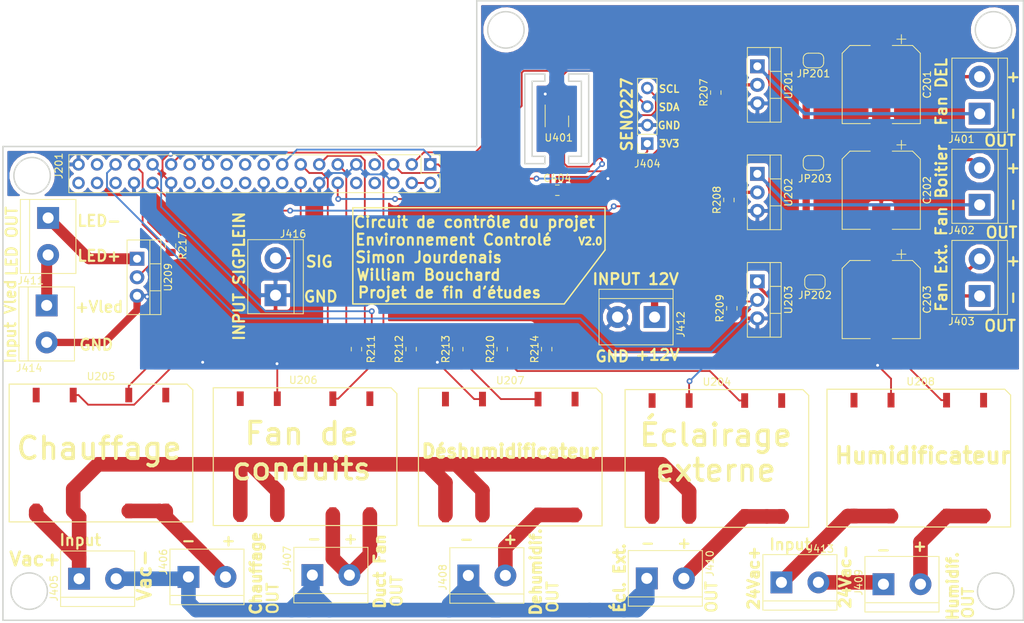
<source format=kicad_pcb>
(kicad_pcb (version 20171130) (host pcbnew "(5.0.0)")
  (title_block (title "Circuit du bloc de contrôle") (date 2021-03-26) (rev 2.0) (company "Cégep de Sherbrooke") (comment 1 247-67P-SH) (comment 2 "Projet de fin d'études") (comment 3 "William Bouchard") (comment 4 "Simon Jourdenais"))
  (layers (0 F.Cu signal) (31 B.Cu signal) (34 B.Paste user hide) (35 F.Paste user hide) (36 B.SilkS user) (37 F.SilkS user) (38 B.Mask user hide) (39 F.Mask user hide) (44 Edge.Cuts user))
  (net 0 "")
  (net 1 GND)
  (net 2 +3V3)
  (net 3 +5V)
  (net 4 SDA_PI)
  (net 5 SCL_PI)
  (net 6 "/Mainblock Core/GPIO4")
  (net 7 "/Mainblock Core/TX_PI")
  (net 8 "/Mainblock Core/RX_PI")
  (net 9 "/Mainblock Core/GPIO17")
  (net 10 "/Mainblock Core/GPIO18")
  (net 11 "/Mainblock Core/GPIO27")
  (net 12 "/Mainblock Core/GPIO22")
  (net 13 "/Mainblock Core/GPIO5")
  (net 14 "/Mainblock Core/GPIO6")
  (net 15 "/Mainblock Core/GPIO12")
  (net 16 "/Mainblock Core/GPIO13")
  (net 17 "/Mainblock Core/GPIO26")
  (net 18 VAC+)
  (net 19 VAC-)
  (net 20 Heater)
  (net 21 DuctFan)
  (net 22 Dehumidificateur)
  (net 23 Humidificateur)
  (net 24 Ext_Light)
  (net 25 "Net-(R210-Pad1)")
  (net 26 "Net-(R211-Pad1)")
  (net 27 "Net-(R212-Pad1)")
  (net 28 "Net-(R213-Pad1)")
  (net 29 "Net-(R214-Pad1)")
  (net 30 "Net-(U204-Pad1)")
  (net 31 "Net-(U204-Pad4)")
  (net 32 "Net-(U205-Pad1)")
  (net 33 "Net-(U205-Pad4)")
  (net 34 "Net-(U206-Pad4)")
  (net 35 "Net-(U206-Pad1)")
  (net 36 "Net-(U207-Pad4)")
  (net 37 "Net-(U207-Pad1)")
  (net 38 "Net-(U208-Pad4)")
  (net 39 "Net-(U208-Pad1)")
  (net 40 "Net-(U401-Pad3)")
  (net 41 "Net-(U401-Pad4)")
  (net 42 BOITIER_FAN_IN)
  (net 43 LED_FAN_OUT)
  (net 44 BOITIER_FAN_OUT)
  (net 45 EXT_OPT_FAN_OUT)
  (net 46 LED_FAN_IN)
  (net 47 EXT_OPT_FAN_IN)
  (net 48 +12V)
  (net 49 24VAC+)
  (net 50 24VAC-)
  (net 51 "/Mainblock Core/GPIO0")
  (net 52 "/Mainblock Core/GPIO25")
  (net 53 "/Mainblock Core/GPIO10")
  (net 54 "/Mainblock Core/GPIO9")
  (net 55 "/Mainblock Core/GPIO20")
  (net 56 "/Mainblock Core/GPIO1")
  (net 57 "/Mainblock Core/GPIO19")
  (net 58 "/Mainblock Core/GPIO7")
  (net 59 "/Mainblock Core/GPIO21")
  (net 60 "/Mainblock Core/GPIO8")
  (net 61 "/Mainblock Core/GPIO24")
  (net 62 "/Mainblock Core/GPIO16")
  (net 63 "/Mainblock Core/GPIO11")
  (net 64 100W_LED-)
  (net 65 100W_LED+)
  (net 66 GPIO23_SIGPLEIN)
  (module Package_TO_SOT_THT:TO-220-3_Vertical (layer F.Cu) (at 77.4 73.4 270)
    (fp_text reference U209 (at 2.54 -4.27 270) (layer F.SilkS))
    (fp_text value FQP30N06L)
    (pad 3 thru_hole oval (at 5.08 0 270) (size 1.905 2) (drill 1.1) (layers *.Cu *.Mask) (net 1 GND))
    (pad 2 thru_hole oval (at 2.54 0 270) (size 1.905 2) (drill 1.1) (layers *.Cu *.Mask) (net 16 "/Mainblock Core/GPIO13"))
    (pad 1 thru_hole rect (at 0 0 270) (size 1.905 2) (drill 1.1) (layers *.Cu *.Mask) (net 64 100W_LED-))
  )
  (module Capacitor_SMD:CP_Elec_10x10.5 (layer F.Cu) (at 179.5 79 270)
    (fp_text reference C203 (at 0 -6.3 270) (layer F.SilkS))
    (fp_text value "470 uF")
    (pad 1 smd rect (at -4.2 0 270) (size 4.4 2.5) (layers F.Cu F.Paste F.Mask) (net 47 EXT_OPT_FAN_IN))
    (pad 2 smd rect (at 4.2 0 270) (size 4.4 2.5) (layers F.Cu F.Paste F.Mask) (net 1 GND))
  )
  (module Capacitor_SMD:CP_Elec_10x10.5 (layer F.Cu) (at 179.5 49.5 270)
    (fp_text reference C201 (at 0 -6.3 270) (layer F.SilkS))
    (fp_text value "470 uF")
    (pad 2 smd rect (at 4.2 0 270) (size 4.4 2.5) (layers F.Cu F.Paste F.Mask) (net 1 GND))
    (pad 1 smd rect (at -4.2 0 270) (size 4.4 2.5) (layers F.Cu F.Paste F.Mask) (net 46 LED_FAN_IN))
  )
  (module Capacitor_SMD:CP_Elec_10x10.5 (layer F.Cu) (at 179.5 64 270)
    (fp_text reference C202 (at 0 -6.3 270) (layer F.SilkS))
    (fp_text value "470 uF")
    (pad 1 smd rect (at -4.2 0 270) (size 4.4 2.5) (layers F.Cu F.Paste F.Mask) (net 42 BOITIER_FAN_IN))
    (pad 2 smd rect (at 4.2 0 270) (size 4.4 2.5) (layers F.Cu F.Paste F.Mask) (net 1 GND))
  )
  (module Package_TO_SOT_THT:TO-220-3_Vertical (layer F.Cu) (at 162.5 76.5 270)
    (fp_text reference U203 (at 2.54 -4.27 270) (layer F.SilkS))
    (fp_text value FQP30N06L)
    (pad 3 thru_hole oval (at 5.08 0 270) (size 1.905 2) (drill 1.1) (layers *.Cu *.Mask) (net 1 GND))
    (pad 2 thru_hole oval (at 2.54 0 270) (size 1.905 2) (drill 1.1) (layers *.Cu *.Mask) (net 57 "/Mainblock Core/GPIO19"))
    (pad 1 thru_hole rect (at 0 0 270) (size 1.905 2) (drill 1.1) (layers *.Cu *.Mask) (net 45 EXT_OPT_FAN_OUT))
  )
  (module Project_Lib:PSOIC-8 (layer F.Cu) (at 72.45 100.05 180)
    (fp_text reference U205 (at 0 10.5) (layer F.SilkS))
    (fp_text value CPC1966B)
    (pad 8 smd rect (at -8.89 -7.95 180) (size 0.95 2) (layers F.Cu F.Paste F.Mask) (net 20 Heater))
    (pad 1 smd rect (at -8.89 7.95 180) (size 0.95 2) (layers F.Cu F.Paste F.Mask) (net 32 "Net-(U205-Pad1)"))
    (pad 7 smd rect (at -3.81 -7.95 180) (size 0.95 2) (layers F.Cu F.Paste F.Mask) (net 20 Heater))
    (pad 2 smd rect (at -3.81 7.95 180) (size 0.95 2) (layers F.Cu F.Paste F.Mask) (net 26 "Net-(R211-Pad1)"))
    (pad 6 smd rect (at 3.81 -7.95 180) (size 0.95 2) (layers F.Cu F.Paste F.Mask) (net 18 VAC+))
    (pad 3 smd rect (at 3.81 7.95 180) (size 0.95 2) (layers F.Cu F.Paste F.Mask) (net 1 GND))
    (pad 5 smd rect (at 8.89 -7.95 180) (size 0.95 2) (layers F.Cu F.Paste F.Mask) (net 18 VAC+))
    (pad 4 smd rect (at 8.89 7.95 180) (size 0.95 2) (layers F.Cu F.Paste F.Mask) (net 33 "Net-(U205-Pad4)"))
  )
  (module Project_Lib:PinHeader_2x20_P2.54mm_Vertical (layer F.Cu) (at 69 61.936489 90)
    (fp_text reference J201 (at 1.27 -2.33 90) (layer F.SilkS))
    (fp_text value "Pi 40-Pin Connector")
    (pad 27 thru_hole oval (at 1.476489 15.610301 270) (size 1.7 1.7) (drill 1) (layers *.Cu *.Mask) (net 51 "/Mainblock Core/GPIO0"))
    (pad 22 thru_hole oval (at -1.063511 23.230301 270) (size 1.7 1.7) (drill 1) (layers *.Cu *.Mask) (net 52 "/Mainblock Core/GPIO25"))
    (pad 6 thru_hole oval (at -1.063511 43.550301 270) (size 1.7 1.7) (drill 1) (layers *.Cu *.Mask) (net 1 GND))
    (pad 19 thru_hole oval (at 1.476489 25.770301 270) (size 1.7 1.7) (drill 1) (layers *.Cu *.Mask) (net 53 "/Mainblock Core/GPIO10"))
    (pad 17 thru_hole oval (at 1.476489 28.310301 270) (size 1.7 1.7) (drill 1) (layers *.Cu *.Mask) (net 2 +3V3))
    (pad 13 thru_hole oval (at 1.476489 33.390301 270) (size 1.7 1.7) (drill 1) (layers *.Cu *.Mask) (net 11 "/Mainblock Core/GPIO27"))
    (pad 10 thru_hole oval (at -1.063511 38.470301 270) (size 1.7 1.7) (drill 1) (layers *.Cu *.Mask) (net 8 "/Mainblock Core/RX_PI"))
    (pad 5 thru_hole oval (at 1.476489 43.550301 270) (size 1.7 1.7) (drill 1) (layers *.Cu *.Mask) (net 5 SCL_PI))
    (pad 30 thru_hole oval (at -1.063511 13.070301 270) (size 1.7 1.7) (drill 1) (layers *.Cu *.Mask) (net 1 GND))
    (pad 21 thru_hole oval (at 1.476489 23.230301 270) (size 1.7 1.7) (drill 1) (layers *.Cu *.Mask) (net 54 "/Mainblock Core/GPIO9"))
    (pad 32 thru_hole oval (at -1.063511 10.530301 270) (size 1.7 1.7) (drill 1) (layers *.Cu *.Mask) (net 15 "/Mainblock Core/GPIO12"))
    (pad 9 thru_hole oval (at 1.476489 38.470301 270) (size 1.7 1.7) (drill 1) (layers *.Cu *.Mask) (net 1 GND))
    (pad 38 thru_hole oval (at -1.063511 2.910301 270) (size 1.7 1.7) (drill 1) (layers *.Cu *.Mask) (net 55 "/Mainblock Core/GPIO20"))
    (pad 28 thru_hole oval (at -1.063511 15.610301 270) (size 1.7 1.7) (drill 1) (layers *.Cu *.Mask) (net 56 "/Mainblock Core/GPIO1"))
    (pad 37 thru_hole oval (at 1.476489 2.910301 270) (size 1.7 1.7) (drill 1) (layers *.Cu *.Mask) (net 17 "/Mainblock Core/GPIO26"))
    (pad 35 thru_hole oval (at 1.476489 5.450301 270) (size 1.7 1.7) (drill 1) (layers *.Cu *.Mask) (net 57 "/Mainblock Core/GPIO19"))
    (pad 4 thru_hole oval (at -1.063511 46.090301 270) (size 1.7 1.7) (drill 1) (layers *.Cu *.Mask) (net 3 +5V))
    (pad 31 thru_hole oval (at 1.476489 10.530301 270) (size 1.7 1.7) (drill 1) (layers *.Cu *.Mask) (net 14 "/Mainblock Core/GPIO6"))
    (pad 20 thru_hole oval (at -1.063511 25.770301 270) (size 1.7 1.7) (drill 1) (layers *.Cu *.Mask) (net 1 GND))
    (pad 3 thru_hole oval (at 1.476489 46.090301 270) (size 1.7 1.7) (drill 1) (layers *.Cu *.Mask) (net 4 SDA_PI))
    (pad 34 thru_hole oval (at -1.063511 7.990301 270) (size 1.7 1.7) (drill 1) (layers *.Cu *.Mask) (net 1 GND))
    (pad 26 thru_hole oval (at -1.063511 18.150301 270) (size 1.7 1.7) (drill 1) (layers *.Cu *.Mask) (net 58 "/Mainblock Core/GPIO7"))
    (pad 40 thru_hole oval (at -1.063511 0.370301 270) (size 1.7 1.7) (drill 1) (layers *.Cu *.Mask) (net 59 "/Mainblock Core/GPIO21"))
    (pad 12 thru_hole oval (at -1.063511 35.930301 270) (size 1.7 1.7) (drill 1) (layers *.Cu *.Mask) (net 10 "/Mainblock Core/GPIO18"))
    (pad 24 thru_hole oval (at -1.063511 20.690301 270) (size 1.7 1.7) (drill 1) (layers *.Cu *.Mask) (net 60 "/Mainblock Core/GPIO8"))
    (pad 18 thru_hole oval (at -1.063511 28.310301 270) (size 1.7 1.7) (drill 1) (layers *.Cu *.Mask) (net 61 "/Mainblock Core/GPIO24"))
    (pad 39 thru_hole oval (at 1.476489 0.370301 270) (size 1.7 1.7) (drill 1) (layers *.Cu *.Mask) (net 1 GND))
    (pad 33 thru_hole oval (at 1.476489 7.990301 270) (size 1.7 1.7) (drill 1) (layers *.Cu *.Mask) (net 16 "/Mainblock Core/GPIO13"))
    (pad 36 thru_hole oval (at -1.063511 5.450301 270) (size 1.7 1.7) (drill 1) (layers *.Cu *.Mask) (net 62 "/Mainblock Core/GPIO16"))
    (pad 16 thru_hole oval (at -1.063511 30.850301 270) (size 1.7 1.7) (drill 1) (layers *.Cu *.Mask) (net 66 GPIO23_SIGPLEIN))
    (pad 2 thru_hole oval (at -1.063511 48.630301 270) (size 1.7 1.7) (drill 1) (layers *.Cu *.Mask) (net 3 +5V))
    (pad 7 thru_hole oval (at 1.476489 41.010301 270) (size 1.7 1.7) (drill 1) (layers *.Cu *.Mask) (net 6 "/Mainblock Core/GPIO4"))
    (pad 23 thru_hole oval (at 1.476489 20.690301 270) (size 1.7 1.7) (drill 1) (layers *.Cu *.Mask) (net 63 "/Mainblock Core/GPIO11"))
    (pad 14 thru_hole oval (at -1.063511 33.390301 270) (size 1.7 1.7) (drill 1) (layers *.Cu *.Mask) (net 1 GND))
    (pad 11 thru_hole oval (at 1.476489 35.930301 270) (size 1.7 1.7) (drill 1) (layers *.Cu *.Mask) (net 9 "/Mainblock Core/GPIO17"))
    (pad 1 thru_hole rect (at 1.476489 48.630301 270) (size 1.7 1.7) (drill 1) (layers *.Cu *.Mask) (net 2 +3V3))
    (pad 25 thru_hole oval (at 1.476489 18.150301 270) (size 1.7 1.7) (drill 1) (layers *.Cu *.Mask) (net 1 GND))
    (pad 15 thru_hole oval (at 1.476489 30.850301 270) (size 1.7 1.7) (drill 1) (layers *.Cu *.Mask) (net 12 "/Mainblock Core/GPIO22"))
    (pad 8 thru_hole oval (at -1.063511 41.010301 270) (size 1.7 1.7) (drill 1) (layers *.Cu *.Mask) (net 7 "/Mainblock Core/TX_PI"))
    (pad 29 thru_hole oval (at 1.476489 13.070301 270) (size 1.7 1.7) (drill 1) (layers *.Cu *.Mask) (net 13 "/Mainblock Core/GPIO5"))
  )
  (module TerminalBlock:TerminalBlock_bornier-2_P5.08mm (layer F.Cu) (at 179.8 118.05)
    (fp_text reference J409 (at -3.4 -0.25 270) (layer F.SilkS))
    (fp_text value Conn_01x02)
    (pad 2 thru_hole circle (at 5.08 0) (size 3 3) (drill 1.52) (layers *.Cu *.Mask) (net 23 Humidificateur))
    (pad 1 thru_hole rect (at 0 0) (size 3 3) (drill 1.52) (layers *.Cu *.Mask) (net 50 24VAC-))
  )
  (module Package_TO_SOT_THT:TO-220-3_Vertical (layer F.Cu) (at 162.5 47 270)
    (fp_text reference U201 (at 2.54 -4.27 270) (layer F.SilkS))
    (fp_text value FQP30N06L)
    (pad 3 thru_hole oval (at 5.08 0 270) (size 1.905 2) (drill 1.1) (layers *.Cu *.Mask) (net 1 GND))
    (pad 2 thru_hole oval (at 2.54 0 270) (size 1.905 2) (drill 1.1) (layers *.Cu *.Mask) (net 10 "/Mainblock Core/GPIO18"))
    (pad 1 thru_hole rect (at 0 0 270) (size 1.905 2) (drill 1.1) (layers *.Cu *.Mask) (net 43 LED_FAN_OUT))
  )
  (module Package_TO_SOT_THT:TO-220-3_Vertical (layer F.Cu) (at 162.5 61.75 270)
    (fp_text reference U202 (at 2.54 -4.27 270) (layer F.SilkS))
    (fp_text value FQP30N06L)
    (pad 3 thru_hole oval (at 5.08 0 270) (size 1.905 2) (drill 1.1) (layers *.Cu *.Mask) (net 1 GND))
    (pad 2 thru_hole oval (at 2.54 0 270) (size 1.905 2) (drill 1.1) (layers *.Cu *.Mask) (net 15 "/Mainblock Core/GPIO12"))
    (pad 1 thru_hole rect (at 0 0 270) (size 1.905 2) (drill 1.1) (layers *.Cu *.Mask) (net 44 BOITIER_FAN_OUT))
  )
  (module Capacitor_SMD:C_0805_2012Metric (layer F.Cu) (at 135.062499 64)
    (fp_text reference C404 (at 0 -1.65) (layer F.SilkS))
    (fp_text value "0.1 uF")
    (pad 1 smd roundrect (at -0.9375 0) (size 0.975 1.4) (layers F.Cu F.Paste F.Mask) (net 2 +3V3))
    (pad 2 smd roundrect (at 0.9375 0) (size 0.975 1.4) (layers F.Cu F.Paste F.Mask) (net 1 GND))
  )
  (module TerminalBlock:TerminalBlock_bornier-2_P5.08mm (layer F.Cu) (at 193 53.5 90)
    (fp_text reference J401 (at -3.5 -2.5 180) (layer F.SilkS))
    (fp_text value Conn_01x02)
    (pad 2 thru_hole circle (at 5.08 0 90) (size 3 3) (drill 1.52) (layers *.Cu *.Mask) (net 46 LED_FAN_IN))
    (pad 1 thru_hole rect (at 0 0 90) (size 3 3) (drill 1.52) (layers *.Cu *.Mask) (net 43 LED_FAN_OUT))
  )
  (module TerminalBlock:TerminalBlock_bornier-2_P5.08mm (layer F.Cu) (at 193 66 90)
    (fp_text reference J402 (at -3.5 -2.5 180) (layer F.SilkS))
    (fp_text value Conn_01x02)
    (pad 1 thru_hole rect (at 0 0 90) (size 3 3) (drill 1.52) (layers *.Cu *.Mask) (net 44 BOITIER_FAN_OUT))
    (pad 2 thru_hole circle (at 5.08 0 90) (size 3 3) (drill 1.52) (layers *.Cu *.Mask) (net 42 BOITIER_FAN_IN))
  )
  (module TerminalBlock:TerminalBlock_bornier-2_P5.08mm (layer F.Cu) (at 193 78.5 90)
    (fp_text reference J403 (at -3.5 -2.5 180) (layer F.SilkS))
    (fp_text value Conn_01x02)
    (pad 2 thru_hole circle (at 5.08 0 90) (size 3 3) (drill 1.52) (layers *.Cu *.Mask) (net 47 EXT_OPT_FAN_IN))
    (pad 1 thru_hole rect (at 0 0 90) (size 3 3) (drill 1.52) (layers *.Cu *.Mask) (net 45 EXT_OPT_FAN_OUT))
  )
  (module Connector_PinSocket_2.54mm:PinSocket_1x04_P2.54mm_Vertical (layer F.Cu) (at 147.4 57.6 180)
    (fp_text reference J404 (at 0 -2.77 180) (layer F.SilkS))
    (fp_text value Conn_01x04)
    (pad 1 thru_hole rect (at 0 0 180) (size 1.7 1.7) (drill 1) (layers *.Cu *.Mask) (net 2 +3V3))
    (pad 2 thru_hole oval (at 0 2.54 180) (size 1.7 1.7) (drill 1) (layers *.Cu *.Mask) (net 1 GND))
    (pad 3 thru_hole oval (at 0 5.08 180) (size 1.7 1.7) (drill 1) (layers *.Cu *.Mask) (net 4 SDA_PI))
    (pad 4 thru_hole oval (at 0 7.62 180) (size 1.7 1.7) (drill 1) (layers *.Cu *.Mask) (net 5 SCL_PI))
  )
  (module TerminalBlock:TerminalBlock_bornier-2_P5.08mm (layer F.Cu) (at 69.45 117.3)
    (fp_text reference J405 (at -3.45 1.3 90) (layer F.SilkS))
    (fp_text value Conn_01x02)
    (pad 1 thru_hole rect (at 0 0) (size 3 3) (drill 1.52) (layers *.Cu *.Mask) (net 18 VAC+))
    (pad 2 thru_hole circle (at 5.08 0) (size 3 3) (drill 1.52) (layers *.Cu *.Mask) (net 19 VAC-))
  )
  (module TerminalBlock:TerminalBlock_bornier-2_P5.08mm (layer F.Cu) (at 84.45 117.05)
    (fp_text reference J406 (at -3.45 -2.05 90) (layer F.SilkS))
    (fp_text value Conn_01x02)
    (pad 1 thru_hole rect (at 0 0) (size 3 3) (drill 1.52) (layers *.Cu *.Mask) (net 19 VAC-))
    (pad 2 thru_hole circle (at 5.08 0) (size 3 3) (drill 1.52) (layers *.Cu *.Mask) (net 20 Heater))
  )
  (module TerminalBlock:TerminalBlock_bornier-2_P5.08mm (layer F.Cu) (at 101.45 116.8)
    (fp_text reference J407 (at -3.45 -2.2 90) (layer F.SilkS))
    (fp_text value Conn_01x02)
    (pad 2 thru_hole circle (at 5.08 0) (size 3 3) (drill 1.52) (layers *.Cu *.Mask) (net 21 DuctFan))
    (pad 1 thru_hole rect (at 0 0) (size 3 3) (drill 1.52) (layers *.Cu *.Mask) (net 19 VAC-))
  )
  (module TerminalBlock:TerminalBlock_bornier-2_P5.08mm (layer F.Cu) (at 122.85 116.85)
    (fp_text reference J408 (at -3.5 0.25 90) (layer F.SilkS))
    (fp_text value Conn_01x02)
    (pad 1 thru_hole rect (at 0 0) (size 3 3) (drill 1.52) (layers *.Cu *.Mask) (net 19 VAC-))
    (pad 2 thru_hole circle (at 5.08 0) (size 3 3) (drill 1.52) (layers *.Cu *.Mask) (net 22 Dehumidificateur))
  )
  (module TerminalBlock:TerminalBlock_bornier-2_P5.08mm (layer F.Cu) (at 147.334136 117.25)
    (fp_text reference J410 (at 8.665864 -2.05 90) (layer F.SilkS))
    (fp_text value Conn_01x02)
    (pad 1 thru_hole rect (at 0 0) (size 3 3) (drill 1.52) (layers *.Cu *.Mask) (net 19 VAC-))
    (pad 2 thru_hole circle (at 5.079999 0) (size 3 3) (drill 1.52) (layers *.Cu *.Mask) (net 24 Ext_Light))
  )
  (module Resistor_SMD:R_0805_2012Metric (layer F.Cu) (at 156.8 50.6 90)
    (fp_text reference R207 (at 0 -1.65 90) (layer F.SilkS))
    (fp_text value 10k)
    (pad 2 smd roundrect (at 0.9375 0 90) (size 0.975 1.4) (layers F.Cu F.Paste F.Mask) (net 10 "/Mainblock Core/GPIO18"))
    (pad 1 smd roundrect (at -0.9375 0 90) (size 0.975 1.4) (layers F.Cu F.Paste F.Mask) (net 1 GND))
  )
  (module Resistor_SMD:R_0805_2012Metric (layer F.Cu) (at 158.6 65.337501 90)
    (fp_text reference R208 (at 0 -1.65 90) (layer F.SilkS))
    (fp_text value 10k)
    (pad 1 smd roundrect (at -0.9375 0 90) (size 0.975 1.4) (layers F.Cu F.Paste F.Mask) (net 1 GND))
    (pad 2 smd roundrect (at 0.9375 0 90) (size 0.975 1.4) (layers F.Cu F.Paste F.Mask) (net 15 "/Mainblock Core/GPIO12"))
  )
  (module Resistor_SMD:R_0805_2012Metric (layer F.Cu) (at 159 80.2 90)
    (fp_text reference R209 (at 0 -1.65 90) (layer F.SilkS))
    (fp_text value 10k)
    (pad 1 smd roundrect (at -0.9375 0 90) (size 0.975 1.4) (layers F.Cu F.Paste F.Mask) (net 1 GND))
    (pad 2 smd roundrect (at 0.9375 0 90) (size 0.975 1.4) (layers F.Cu F.Paste F.Mask) (net 57 "/Mainblock Core/GPIO19"))
  )
  (module Resistor_SMD:R_0805_2012Metric (layer F.Cu) (at 127.5 85.8 90)
    (fp_text reference R210 (at 0 -1.65 90) (layer F.SilkS))
    (fp_text value 420)
    (pad 2 smd roundrect (at 0.9375 0 90) (size 0.975 1.4) (layers F.Cu F.Paste F.Mask) (net 14 "/Mainblock Core/GPIO6"))
    (pad 1 smd roundrect (at -0.9375 0 90) (size 0.975 1.4) (layers F.Cu F.Paste F.Mask) (net 25 "Net-(R210-Pad1)"))
  )
  (module Resistor_SMD:R_0805_2012Metric (layer F.Cu) (at 107.5 85.8 90)
    (fp_text reference R211 (at 0 2 90) (layer F.SilkS))
    (fp_text value 420)
    (pad 2 smd roundrect (at 0.9375 0 90) (size 0.975 1.4) (layers F.Cu F.Paste F.Mask) (net 9 "/Mainblock Core/GPIO17"))
    (pad 1 smd roundrect (at -0.9375 0 90) (size 0.975 1.4) (layers F.Cu F.Paste F.Mask) (net 26 "Net-(R211-Pad1)"))
  )
  (module Resistor_SMD:R_0805_2012Metric (layer F.Cu) (at 115 85.8 90)
    (fp_text reference R212 (at 0 -1.65 90) (layer F.SilkS))
    (fp_text value 420)
    (pad 2 smd roundrect (at 0.937501 0 90) (size 0.975 1.4) (layers F.Cu F.Paste F.Mask) (net 11 "/Mainblock Core/GPIO27"))
    (pad 1 smd roundrect (at -0.937501 0 90) (size 0.975 1.4) (layers F.Cu F.Paste F.Mask) (net 27 "Net-(R212-Pad1)"))
  )
  (module Resistor_SMD:R_0805_2012Metric (layer F.Cu) (at 121.4 85.8 90)
    (fp_text reference R213 (at 0 -1.65 90) (layer F.SilkS))
    (fp_text value 420)
    (pad 1 smd roundrect (at -0.9375 0 90) (size 0.975 1.4) (layers F.Cu F.Paste F.Mask) (net 28 "Net-(R213-Pad1)"))
    (pad 2 smd roundrect (at 0.9375 0 90) (size 0.975 1.4) (layers F.Cu F.Paste F.Mask) (net 12 "/Mainblock Core/GPIO22"))
  )
  (module Resistor_SMD:R_0805_2012Metric (layer F.Cu) (at 133.6 85.8 90)
    (fp_text reference R214 (at 0 -1.65 90) (layer F.SilkS))
    (fp_text value 420)
    (pad 2 smd roundrect (at 0.9375 0 90) (size 0.975 1.4) (layers F.Cu F.Paste F.Mask) (net 13 "/Mainblock Core/GPIO5"))
    (pad 1 smd roundrect (at -0.9375 0 90) (size 0.975 1.4) (layers F.Cu F.Paste F.Mask) (net 29 "Net-(R214-Pad1)"))
  )
  (module Project_Lib:PSOIC-8 (layer F.Cu) (at 156.95 100.8 180)
    (fp_text reference U204 (at 0 10.5) (layer F.SilkS))
    (fp_text value CPC1966B)
    (pad 8 smd rect (at -8.89 -7.95 180) (size 0.95 2) (layers F.Cu F.Paste F.Mask) (net 24 Ext_Light))
    (pad 1 smd rect (at -8.89 7.95 180) (size 0.95 2) (layers F.Cu F.Paste F.Mask) (net 30 "Net-(U204-Pad1)"))
    (pad 7 smd rect (at -3.81 -7.95 180) (size 0.95 2) (layers F.Cu F.Paste F.Mask) (net 24 Ext_Light))
    (pad 2 smd rect (at -3.81 7.95 180) (size 0.95 2) (layers F.Cu F.Paste F.Mask) (net 25 "Net-(R210-Pad1)"))
    (pad 6 smd rect (at 3.81 -7.95 180) (size 0.95 2) (layers F.Cu F.Paste F.Mask) (net 18 VAC+))
    (pad 3 smd rect (at 3.81 7.95 180) (size 0.95 2) (layers F.Cu F.Paste F.Mask) (net 1 GND))
    (pad 5 smd rect (at 8.89 -7.95 180) (size 0.95 2) (layers F.Cu F.Paste F.Mask) (net 18 VAC+))
    (pad 4 smd rect (at 8.89 7.95 180) (size 0.95 2) (layers F.Cu F.Paste F.Mask) (net 31 "Net-(U204-Pad4)"))
  )
  (module Project_Lib:PSOIC-8 (layer F.Cu) (at 100.45 100.55 180)
    (fp_text reference U206 (at 0.25 10.5) (layer F.SilkS))
    (fp_text value CPC1966B)
    (pad 4 smd rect (at 8.89 7.95 180) (size 0.95 2) (layers F.Cu F.Paste F.Mask) (net 34 "Net-(U206-Pad4)"))
    (pad 5 smd rect (at 8.89 -7.95 180) (size 0.95 2) (layers F.Cu F.Paste F.Mask) (net 18 VAC+))
    (pad 3 smd rect (at 3.81 7.95 180) (size 0.95 2) (layers F.Cu F.Paste F.Mask) (net 1 GND))
    (pad 6 smd rect (at 3.81 -7.95 180) (size 0.95 2) (layers F.Cu F.Paste F.Mask) (net 18 VAC+))
    (pad 2 smd rect (at -3.81 7.95 180) (size 0.95 2) (layers F.Cu F.Paste F.Mask) (net 27 "Net-(R212-Pad1)"))
    (pad 7 smd rect (at -3.81 -7.95 180) (size 0.95 2) (layers F.Cu F.Paste F.Mask) (net 21 DuctFan))
    (pad 1 smd rect (at -8.89 7.95 180) (size 0.95 2) (layers F.Cu F.Paste F.Mask) (net 35 "Net-(U206-Pad1)"))
    (pad 8 smd rect (at -8.89 -7.95 180) (size 0.95 2) (layers F.Cu F.Paste F.Mask) (net 21 DuctFan))
  )
  (module Project_Lib:PSOIC-8 (layer F.Cu) (at 128.6 100.6 180)
    (fp_text reference U207 (at 0 10.5) (layer F.SilkS))
    (fp_text value CPC1966B)
    (pad 4 smd rect (at 8.89 7.95 180) (size 0.95 2) (layers F.Cu F.Paste F.Mask) (net 36 "Net-(U207-Pad4)"))
    (pad 5 smd rect (at 8.89 -7.95 180) (size 0.95 2) (layers F.Cu F.Paste F.Mask) (net 18 VAC+))
    (pad 3 smd rect (at 3.81 7.95 180) (size 0.95 2) (layers F.Cu F.Paste F.Mask) (net 1 GND))
    (pad 6 smd rect (at 3.81 -7.95 180) (size 0.95 2) (layers F.Cu F.Paste F.Mask) (net 18 VAC+))
    (pad 2 smd rect (at -3.81 7.95 180) (size 0.95 2) (layers F.Cu F.Paste F.Mask) (net 28 "Net-(R213-Pad1)"))
    (pad 7 smd rect (at -3.81 -7.95 180) (size 0.95 2) (layers F.Cu F.Paste F.Mask) (net 22 Dehumidificateur))
    (pad 1 smd rect (at -8.89 7.95 180) (size 0.95 2) (layers F.Cu F.Paste F.Mask) (net 37 "Net-(U207-Pad1)"))
    (pad 8 smd rect (at -8.89 -7.95 180) (size 0.95 2) (layers F.Cu F.Paste F.Mask) (net 22 Dehumidificateur))
  )
  (module Project_Lib:PSOIC-8 (layer F.Cu) (at 184.65 100.75 180)
    (fp_text reference U208 (at -0.25 10.5) (layer F.SilkS))
    (fp_text value CPC1907B)
    (pad 4 smd rect (at 8.89 7.95 180) (size 0.95 2) (layers F.Cu F.Paste F.Mask) (net 38 "Net-(U208-Pad4)"))
    (pad 5 smd rect (at 8.89 -7.95 180) (size 0.95 2) (layers F.Cu F.Paste F.Mask) (net 49 24VAC+))
    (pad 3 smd rect (at 3.81 7.95 180) (size 0.95 2) (layers F.Cu F.Paste F.Mask) (net 1 GND))
    (pad 6 smd rect (at 3.81 -7.95 180) (size 0.95 2) (layers F.Cu F.Paste F.Mask) (net 49 24VAC+))
    (pad 2 smd rect (at -3.81 7.95 180) (size 0.95 2) (layers F.Cu F.Paste F.Mask) (net 29 "Net-(R214-Pad1)"))
    (pad 7 smd rect (at -3.81 -7.95 180) (size 0.95 2) (layers F.Cu F.Paste F.Mask) (net 23 Humidificateur))
    (pad 1 smd rect (at -8.89 7.95 180) (size 0.95 2) (layers F.Cu F.Paste F.Mask) (net 39 "Net-(U208-Pad1)"))
    (pad 8 smd rect (at -8.89 -7.95 180) (size 0.95 2) (layers F.Cu F.Paste F.Mask) (net 23 Humidificateur))
  )
  (module Package_DFN_QFN:DFN-6-1EP_3x3mm_P1mm_EP1.5x2.4mm (layer F.Cu) (at 135 53.8 270)
    (fp_text reference U401 (at 3 -0.25) (layer F.SilkS))
    (fp_text value SHT2x)
    (pad 7 smd roundrect (at 0 0 270) (size 1.5 2.4) (layers F.Cu F.Mask) (roundrect_rratio 0.166667))
    (pad 1 smd roundrect (at -1.45 -1 270) (size 0.8 0.4) (layers F.Cu F.Paste F.Mask) (net 4 SDA_PI))
    (pad 2 smd roundrect (at -1.45 0 270) (size 0.8 0.4) (layers F.Cu F.Paste F.Mask) (net 1 GND))
    (pad 3 smd roundrect (at -1.45 1 270) (size 0.8 0.4) (layers F.Cu F.Paste F.Mask) (net 40 "Net-(U401-Pad3)"))
    (pad 4 smd roundrect (at 1.45 1 270) (size 0.8 0.4) (layers F.Cu F.Paste F.Mask) (net 41 "Net-(U401-Pad4)"))
    (pad 5 smd roundrect (at 1.45 0 270) (size 0.8 0.4) (layers F.Cu F.Paste F.Mask) (net 2 +3V3))
    (pad 6 smd roundrect (at 1.45 -1 270) (size 0.8 0.4) (layers F.Cu F.Paste F.Mask) (net 5 SCL_PI))
  )
  (module Jumper:SolderJumper-2_P1.3mm_Bridged2Bar_RoundedPad1.0x1.5mm (layer F.Cu) (at 170.2 46.2 180)
    (fp_text reference JP201 (at 0 -1.8 180) (layer F.SilkS))
    (fp_text value SolderJumper_2_Bridged)
    (pad 2 smd custom (at 0.65 0 180) (size 1 0.5) (layers F.Cu F.Mask) (net 48 +12V) (options (clearance outline) (anchor rect)) (primitives (gr_circle (center 0 0.25) (end 0.5 0.25) (width 0)) (gr_circle (center 0 -0.25) (end 0.5 -0.25) (width 0)) (gr_poly (pts (xy -0.5 0.75) (xy -0.5 -0.75) (xy 0 -0.75) (xy 0 0.75)) (width 0))))
    (pad 1 smd custom (at -0.65 0 180) (size 1 0.5) (layers F.Cu F.Mask) (net 46 LED_FAN_IN) (options (clearance outline) (anchor rect)) (primitives (gr_circle (center 0 0.25) (end 0.5 0.25) (width 0)) (gr_circle (center 0 -0.25) (end 0.5 -0.25) (width 0)) (gr_poly (pts (xy 0.5 0.75) (xy 0.5 -0.75) (xy 0 -0.75) (xy 0 0.75)) (width 0)) (gr_poly (pts (xy 0.4 0.2) (xy 0.9 0.2) (xy 0.9 0.6) (xy 0.4 0.6)) (width 0)) (gr_poly (pts (xy 0.4 -0.6) (xy 0.9 -0.6) (xy 0.9 -0.2) (xy 0.4 -0.2)) (width 0))))
  )
  (module Jumper:SolderJumper-2_P1.3mm_Bridged2Bar_RoundedPad1.0x1.5mm (layer F.Cu) (at 170.4 76.6 180)
    (fp_text reference JP202 (at 0 -1.8 180) (layer F.SilkS))
    (fp_text value SolderJumper_2_Bridged)
    (pad 1 smd custom (at -0.65 0 180) (size 1 0.5) (layers F.Cu F.Mask) (net 47 EXT_OPT_FAN_IN) (clearance 0.001) (options (clearance outline) (anchor rect)) (primitives (gr_circle (center 0 0.25) (end 0.5 0.25) (width 0)) (gr_circle (center 0 -0.25) (end 0.5 -0.25) (width 0)) (gr_poly (pts (xy 0.5 0.75) (xy 0.5 -0.75) (xy 0 -0.75) (xy 0 0.75)) (width 0)) (gr_poly (pts (xy 0.4 0.2) (xy 0.9 0.2) (xy 0.9 0.6) (xy 0.4 0.6)) (width 0)) (gr_poly (pts (xy 0.4 -0.6) (xy 0.9 -0.6) (xy 0.9 -0.2) (xy 0.4 -0.2)) (width 0))))
    (pad 2 smd custom (at 0.65 0 180) (size 1 0.5) (layers F.Cu F.Mask) (net 48 +12V) (options (clearance outline) (anchor rect)) (primitives (gr_circle (center 0 0.25) (end 0.5 0.25) (width 0)) (gr_circle (center 0 -0.25) (end 0.5 -0.25) (width 0)) (gr_poly (pts (xy -0.5 0.75) (xy -0.5 -0.75) (xy 0 -0.75) (xy 0 0.75)) (width 0))))
  )
  (module Jumper:SolderJumper-2_P1.3mm_Bridged2Bar_RoundedPad1.0x1.5mm (layer F.Cu) (at 170.2 60.249999 180)
    (fp_text reference JP203 (at -0.2 -2.150001 180) (layer F.SilkS))
    (fp_text value SolderJumper_2_Bridged)
    (pad 1 smd custom (at -0.65 0 180) (size 1 0.5) (layers F.Cu F.Mask) (net 42 BOITIER_FAN_IN) (options (clearance outline) (anchor rect)) (primitives (gr_circle (center 0 0.25) (end 0.5 0.25) (width 0)) (gr_circle (center 0 -0.25) (end 0.5 -0.25) (width 0)) (gr_poly (pts (xy 0.5 0.75) (xy 0.5 -0.75) (xy 0 -0.75) (xy 0 0.75)) (width 0)) (gr_poly (pts (xy 0.4 0.2) (xy 0.9 0.2) (xy 0.9 0.6) (xy 0.4 0.6)) (width 0)) (gr_poly (pts (xy 0.4 -0.6) (xy 0.9 -0.6) (xy 0.9 -0.2) (xy 0.4 -0.2)) (width 0))))
    (pad 2 smd custom (at 0.65 0 180) (size 1 0.5) (layers F.Cu F.Mask) (net 48 +12V) (options (clearance outline) (anchor rect)) (primitives (gr_circle (center 0 0.25) (end 0.5 0.25) (width 0)) (gr_circle (center 0 -0.25) (end 0.5 -0.25) (width 0)) (gr_poly (pts (xy -0.5 0.75) (xy -0.5 -0.75) (xy 0 -0.75) (xy 0 0.75)) (width 0))))
  )
  (module TerminalBlock:TerminalBlock_bornier-2_P5.08mm (layer F.Cu) (at 65.2 67.8 270)
    (fp_text reference J411 (at 8.6 2.4) (layer F.SilkS))
    (fp_text value Conn_01x02)
    (pad 1 thru_hole rect (at 0 0 270) (size 3 3) (drill 1.52) (layers *.Cu *.Mask) (net 64 100W_LED-))
    (pad 2 thru_hole circle (at 5.08 0 270) (size 3 3) (drill 1.52) (layers *.Cu *.Mask) (net 65 100W_LED+))
  )
  (module TerminalBlock:TerminalBlock_bornier-2_P5.08mm (layer F.Cu) (at 148.4 81.4 180)
    (fp_text reference J412 (at -3.6 -1 270) (layer F.SilkS))
    (fp_text value Conn_01x02)
    (pad 2 thru_hole circle (at 5.08 0 180) (size 3 3) (drill 1.52) (layers *.Cu *.Mask) (net 1 GND))
    (pad 1 thru_hole rect (at 0 0 180) (size 3 3) (drill 1.52) (layers *.Cu *.Mask) (net 48 +12V))
  )
  (module TerminalBlock:TerminalBlock_bornier-2_P5.08mm (layer F.Cu) (at 165.8 117.8)
    (fp_text reference J413 (at 5.4 -4.6) (layer F.SilkS))
    (fp_text value Conn_01x02)
    (pad 1 thru_hole rect (at 0 0) (size 3 3) (drill 1.52) (layers *.Cu *.Mask) (net 49 24VAC+))
    (pad 2 thru_hole circle (at 5.08 0) (size 3 3) (drill 1.52) (layers *.Cu *.Mask) (net 50 24VAC-))
  )
  (module TerminalBlock:TerminalBlock_bornier-2_P5.08mm (layer F.Cu) (at 65 79.8 270)
    (fp_text reference J414 (at 8.6 2.4) (layer F.SilkS))
    (fp_text value Conn_01x02)
    (pad 2 thru_hole circle (at 5.08 0 270) (size 3 3) (drill 1.52) (layers *.Cu *.Mask) (net 1 GND))
    (pad 1 thru_hole rect (at 0 0 270) (size 3 3) (drill 1.52) (layers *.Cu *.Mask) (net 65 100W_LED+))
  )
  (module TerminalBlock:TerminalBlock_bornier-2_P5.08mm (layer F.Cu) (at 96.4 78.400001 90)
    (fp_text reference J416 (at 8.4 2.4 180) (layer F.SilkS))
    (fp_text value Conn_01x02)
    (pad 2 thru_hole circle (at 5.08 0 90) (size 3 3) (drill 1.52) (layers *.Cu *.Mask) (net 66 GPIO23_SIGPLEIN))
    (pad 1 thru_hole rect (at 0 0 90) (size 3 3) (drill 1.52) (layers *.Cu *.Mask) (net 1 GND))
  )
  (module Resistor_SMD:R_0805_2012Metric (layer F.Cu) (at 82 71.6 270)
    (fp_text reference R217 (at 0 -1.65 270) (layer F.SilkS))
    (fp_text value 10k)
    (pad 1 smd roundrect (at -0.9375 0 270) (size 0.975 1.4) (layers F.Cu F.Paste F.Mask) (net 1 GND))
    (pad 2 smd roundrect (at 0.9375 0 270) (size 0.975 1.4) (layers F.Cu F.Paste F.Mask) (net 16 "/Mainblock Core/GPIO13"))
  )
  (gr_text V2.0 (at 139.6 71) (layer F.SilkS) (effects (font (size 1 1) (thickness 0.25))))
  (gr_line (start 107 79.6) (end 107 66.4) (layer F.SilkS) (width 0.2))
  (gr_line (start 136 79.6) (end 107 79.6) (layer F.SilkS) (width 0.2))
  (gr_line (start 141.6 72.2) (end 136 79.6) (layer F.SilkS) (width 0.2))
  (gr_line (start 141.6 66.4) (end 141.6 72.2) (layer F.SilkS) (width 0.2))
  (gr_line (start 107 66.4) (end 141.6 66.4) (layer F.SilkS) (width 0.2))
  (gr_text Déshumidificateur (at 128.6 99.8) (layer F.SilkS) (effects (font (size 1.8 1.8) (thickness 0.45))))
  (gr_text "Éclairage\nexterne\n" (at 156.8 100) (layer F.SilkS) (effects (font (size 3 3) (thickness 0.5))))
  (gr_text Humidificateur (at 185.2 100.4) (layer F.SilkS) (effects (font (size 2.2 2.2) (thickness 0.5))))
  (gr_text "Fan de\nconduits" (at 100 99.8) (layer F.SilkS) (effects (font (size 3 3) (thickness 0.5))))
  (gr_text "Chauffage\n" (at 72.2 99.4) (layer F.SilkS) (effects (font (size 3 3) (thickness 0.5))))
  (gr_text OUT (at 195.8 57.2) (layer F.SilkS) (effects (font (size 1.5 1.5) (thickness 0.3))))
  (gr_text OUT (at 196 69.8) (layer F.SilkS) (effects (font (size 1.5 1.5) (thickness 0.3))))
  (gr_text OUT (at 195.8 82.6) (layer F.SilkS) (effects (font (size 1.5 1.5) (thickness 0.3))))
  (gr_text OUT (at 134.4 119.8 90) (layer F.SilkS) (effects (font (size 1.5 1.5) (thickness 0.3))))
  (gr_text OUT (at 156.2 119.8 90) (layer F.SilkS) (effects (font (size 1.5 1.5) (thickness 0.3))))
  (gr_text Input (at 69.6 112) (layer F.SilkS) (effects (font (size 1.5 1.5) (thickness 0.3))))
  (gr_text Vac- (at 78.4 116.8 90) (layer F.SilkS) (effects (font (size 1.8 1.8) (thickness 0.4))))
  (gr_text Input (at 167 112.6) (layer F.SilkS) (effects (font (size 1.5 1.5) (thickness 0.3))))
  (gr_text OUT (at 191.4 120.6 90) (layer F.SilkS) (effects (font (size 1.5 1.5) (thickness 0.3))))
  (gr_text OUT (at 113 119 90) (layer F.SilkS) (effects (font (size 1.5 1.5) (thickness 0.3))))
  (gr_text OUT (at 96 120 90) (layer F.SilkS) (effects (font (size 1.5 1.5) (thickness 0.3))))
  (gr_text "Input Vled" (at 60 82 90) (layer F.SilkS) (effects (font (size 1.5 1.5) (thickness 0.3))))
  (gr_text "LED OUT" (at 60.2 71 90) (layer F.SilkS) (effects (font (size 1.5 1.5) (thickness 0.3))))
  (gr_text SIG (at 102.4 73.8) (layer F.SilkS) (effects (font (size 1.5 1.5) (thickness 0.3))))
  (gr_text GND (at 102.6 78.6) (layer F.SilkS) (effects (font (size 1.5 1.5) (thickness 0.3))))
  (gr_text SEN0227 (at 144.6 53.6 90) (layer F.SilkS) (effects (font (size 1.5 1.5) (thickness 0.3))))
  (gr_text "INPUT SIGPLEIN" (at 91.4 75.8 90) (layer F.SilkS) (effects (font (size 1.5 1.5) (thickness 0.3))))
  (gr_text "INPUT 12V" (at 145.8 76.2) (layer F.SilkS) (effects (font (size 1.5 1.5) (thickness 0.3))))
  (gr_text LED- (at 72.2 68.2) (layer F.SilkS) (effects (font (size 1.5 1.5) (thickness 0.3))))
  (gr_text LED+ (at 72.2 73) (layer F.SilkS) (effects (font (size 1.5 1.5) (thickness 0.3))))
  (gr_line (start 138.358182 59.344837) (end 136.608181 59.344838) (layer Edge.Cuts) (width 0.2))
  (gr_line (start 136.608181 49.044837) (end 138.358181 49.044837) (layer Edge.Cuts) (width 0.2))
  (gr_line (start 136.608182 48.044838) (end 136.608181 49.044837) (layer Edge.Cuts) (width 0.2))
  (gr_line (start 136.608181 59.344838) (end 136.608182 60.344837) (layer Edge.Cuts) (width 0.2))
  (gr_line (start 138.358182 59.344837) (end 138.358181 49.044837) (layer Edge.Cuts) (width 0.2))
  (gr_line (start 136.608182 60.344837) (end 139.358181 60.344837) (layer Edge.Cuts) (width 0.2))
  (gr_line (start 139.358181 48.044837) (end 136.608182 48.044838) (layer Edge.Cuts) (width 0.2))
  (gr_line (start 139.358181 48.044837) (end 139.358182 60.344837) (layer Edge.Cuts) (width 0.2))
  (gr_text GND (at 71.8 85.2) (layer F.SilkS) (effects (font (size 1.5 1.5) (thickness 0.3))))
  (gr_text +Vled (at 72.2 80) (layer F.SilkS) (effects (font (size 1.5 1.5) (thickness 0.3))))
  (gr_circle (center 128 42) (end 128 44.5) (layer Edge.Cuts) (width 0.2))
  (gr_line (start 130.6 60.35) (end 133.35 60.35) (layer Edge.Cuts) (width 0.2))
  (gr_line (start 133.35 48.05) (end 130.6 48.050001) (layer Edge.Cuts) (width 0.2))
  (gr_line (start 131.6 49.05) (end 131.6 59.35) (layer Edge.Cuts) (width 0.2))
  (gr_line (start 133.350001 49.05) (end 133.35 48.05) (layer Edge.Cuts) (width 0.2))
  (gr_line (start 133.35 60.35) (end 133.35 59.35) (layer Edge.Cuts) (width 0.2))
  (gr_line (start 131.6 49.05) (end 133.350001 49.05) (layer Edge.Cuts) (width 0.2))
  (gr_line (start 133.35 59.35) (end 131.6 59.35) (layer Edge.Cuts) (width 0.2))
  (gr_line (start 130.6 60.35) (end 130.6 48.05) (layer Edge.Cuts) (width 0.2))
  (gr_text - (at 101.7 111.8) (layer F.SilkS) (effects (font (size 1.5 1.5) (thickness 0.3))))
  (gr_text + (at 106.7 111.8) (layer F.SilkS) (effects (font (size 1.5 1.5) (thickness 0.3))))
  (gr_text - (at 84.45 112.05) (layer F.SilkS) (effects (font (size 1.5 1.5) (thickness 0.3))))
  (gr_text + (at 89.95 112.05) (layer F.SilkS) (effects (font (size 1.5 1.5) (thickness 0.3))))
  (gr_text - (at 179.8 113.3) (layer F.SilkS) (effects (font (size 1.5 1.5) (thickness 0.3))))
  (gr_text + (at 184.8 112.8) (layer F.SilkS) (effects (font (size 1.5 1.5) (thickness 0.3))))
  (gr_text - (at 147.46066 112.386039) (layer F.SilkS) (effects (font (size 1.5 1.5) (thickness 0.3))))
  (gr_text + (at 152.46066 112.386039) (layer F.SilkS) (effects (font (size 1.5 1.5) (thickness 0.3))))
  (gr_text - (at 122.6 111.85) (layer F.SilkS) (effects (font (size 1.5 1.5) (thickness 0.3))))
  (gr_text + (at 128.6 111.85) (layer F.SilkS) (effects (font (size 1.5 1.5) (thickness 0.3))))
  (gr_text 24Vac- (at 174.55 117 90) (layer F.SilkS) (effects (font (size 1.5 1.5) (thickness 0.375))))
  (gr_text 24Vac+ (at 162 117.2 90) (layer F.SilkS) (effects (font (size 1.5 1.5) (thickness 0.375))))
  (gr_text + (at 197.5 73.75 90) (layer F.SilkS) (effects (font (size 1.5 1.5) (thickness 0.3))))
  (gr_text - (at 197.5 78.75 90) (layer F.SilkS) (effects (font (size 1.5 1.5) (thickness 0.3))))
  (gr_text + (at 197.5 61 90) (layer F.SilkS) (effects (font (size 1.5 1.5) (thickness 0.3))))
  (gr_text - (at 197.5 66 90) (layer F.SilkS) (effects (font (size 1.5 1.5) (thickness 0.3))))
  (gr_text - (at 197.5 53.5 90) (layer F.SilkS) (effects (font (size 1.5 1.5) (thickness 0.3))))
  (gr_text + (at 197.5 48.5 90) (layer F.SilkS) (effects (font (size 1.5 1.5) (thickness 0.3))))
  (gr_text SCL (at 150.4 50.1) (layer F.SilkS) (effects (font (size 1 1) (thickness 0.2))))
  (gr_text SDA (at 150.4 52.6) (layer F.SilkS) (effects (font (size 1 1) (thickness 0.2))))
  (gr_text GND (at 150.4 55.1) (layer F.SilkS) (effects (font (size 1 1) (thickness 0.2))))
  (gr_text 3V3 (at 150.4 57.6) (layer F.SilkS) (effects (font (size 1 1) (thickness 0.2))))
  (gr_text "           Circuit de contrôle du projet\n      Environnement Controlé\n Simon Jourdenais \nWilliam Bouchard\n     Projet de fin d'études" (at 117.4 73.2) (layer F.SilkS) (effects (font (size 1.5 1.5) (thickness 0.3))))
  (gr_text "Fan DEL" (at 187.75 50.5 90) (layer F.SilkS) (effects (font (size 1.5 1.5) (thickness 0.3))))
  (gr_text "Fan Boitier" (at 187.75 64 90) (layer F.SilkS) (effects (font (size 1.5 1.5) (thickness 0.3))))
  (gr_text "Fan Ext." (at 187.75 76 90) (layer F.SilkS) (effects (font (size 1.5 1.5) (thickness 0.3))))
  (gr_text Dehumidif. (at 132.1 116.35 90) (layer F.SilkS) (effects (font (size 1.5 1.5) (thickness 0.375))))
  (gr_text "Écl. Ext." (at 143.6 117.2 90) (layer F.SilkS) (effects (font (size 1.5 1.5) (thickness 0.375))))
  (gr_text Humidif. (at 189.3 118.3 90) (layer F.SilkS) (effects (font (size 1.5 1.5) (thickness 0.375))))
  (gr_text +12V (at 148.8 86.6) (layer F.SilkS) (effects (font (size 1.5 1.5) (thickness 0.3))))
  (gr_text GND (at 142.6 86.8) (layer F.SilkS) (effects (font (size 1.5 1.5) (thickness 0.3))))
  (gr_text Chauffage (at 93.7 116.55 90) (layer F.SilkS) (effects (font (size 1.5 1.5) (thickness 0.375))))
  (gr_text "Duct Fan" (at 110.7 116.3 90) (layer F.SilkS) (effects (font (size 1.5 1.5) (thickness 0.375))))
  (gr_text Vac+ (at 63.4 114.6) (layer F.SilkS) (effects (font (size 1.8 1.8) (thickness 0.4))))
  (gr_circle (center 194.9 42) (end 197.4 42) (layer Edge.Cuts) (width 0.2))
  (gr_circle (center 195.2 119) (end 195.2 121.5) (layer Edge.Cuts) (width 0.2))
  (gr_circle (center 62.6 119) (end 62.6 121.5) (layer Edge.Cuts) (width 0.2))
  (gr_line (start 124 58) (end 124 38) (layer Edge.Cuts) (width 0.2))
  (gr_line (start 124 58) (end 59 58) (layer Edge.Cuts) (width 0.2))
  (gr_circle (center 63 62) (end 63 64.5) (layer Edge.Cuts) (width 0.2))
  (gr_line (start 124 38) (end 199 38) (layer Edge.Cuts) (width 0.2))
  (gr_line (start 59 123) (end 59 58) (layer Edge.Cuts) (width 0.2))
  (gr_line (start 199 123) (end 59 123) (layer Edge.Cuts) (width 0.2))
  (gr_line (start 199 38) (end 199 123) (layer Edge.Cuts) (width 0.2))
  (segment (start 169.55 46.2) (end 169.2 46.2) (width 0.45) (layer F.Cu) (net 48))
  (segment (start 169.55 60.2) (end 169.2 60.2) (width 0.45) (layer F.Cu) (net 48))
  (via (at 96.6 87.8) (size 0.8) (drill 0.4) (layers F.Cu B.Cu) (net 1))
  (segment (start 96.64 92.6) (end 96.64 87.84) (width 0.25) (layer F.Cu) (net 1))
  (segment (start 96.64 87.84) (end 96.6 87.8) (width 0.25) (layer F.Cu) (net 1))
  (via (at 153.2 90.2) (size 0.8) (drill 0.4) (layers F.Cu B.Cu) (net 1))
  (segment (start 153.14 92.85) (end 153.14 90.26) (width 0.25) (layer F.Cu) (net 1))
  (segment (start 153.14 90.26) (end 153.2 90.2) (width 0.25) (layer F.Cu) (net 1))
  (segment (start 161.82 81.58) (end 162.5 81.58) (width 0.25) (layer B.Cu) (net 1))
  (segment (start 153.2 90.2) (end 161.82 81.58) (width 0.25) (layer B.Cu) (net 1))
  (via (at 118.6 87.6) (size 0.8) (drill 0.4) (layers F.Cu B.Cu) (net 1))
  (segment (start 124.79 92.65) (end 123.65 92.65) (width 0.25) (layer F.Cu) (net 1))
  (segment (start 123.65 92.65) (end 118.6 87.6) (width 0.25) (layer F.Cu) (net 1))
  (via (at 179 88.018737) (size 0.8) (drill 0.4) (layers F.Cu B.Cu) (net 1))
  (segment (start 180.84 92.8) (end 180.84 89.858737) (width 0.25) (layer F.Cu) (net 1))
  (segment (start 180.84 89.858737) (end 179 88.018737) (width 0.25) (layer F.Cu) (net 1))
  (via (at 133.4 50.8) (size 0.8) (drill 0.4) (layers F.Cu B.Cu) (net 1))
  (segment (start 133.95 50.8) (end 133.4 50.8) (width 0.25) (layer F.Cu) (net 1))
  (segment (start 135 52.35) (end 135 51.85) (width 0.25) (layer F.Cu) (net 1))
  (segment (start 135 51.85) (end 133.95 50.8) (width 0.25) (layer F.Cu) (net 1))
  (via (at 142 62.4) (size 0.8) (drill 0.4) (layers F.Cu B.Cu) (net 1))
  (segment (start 135.999999 64) (end 140.4 64) (width 0.25) (layer F.Cu) (net 1))
  (segment (start 140.4 64) (end 142 62.4) (width 0.25) (layer F.Cu) (net 1))
  (segment (start 133.4 50.234315) (end 133.4 50.8) (width 0.25) (layer B.Cu) (net 1))
  (segment (start 136.014486 47.619829) (end 133.4 50.234315) (width 0.25) (layer B.Cu) (net 1))
  (segment (start 141.819829 47.619829) (end 136.014486 47.619829) (width 0.25) (layer B.Cu) (net 1))
  (segment (start 142 47.8) (end 141.819829 47.619829) (width 0.25) (layer B.Cu) (net 1))
  (segment (start 142 62.4) (end 142 47.8) (width 0.25) (layer B.Cu) (net 1))
  (segment (start 103.2403 62.150001) (end 102.390301 63) (width 0.25) (layer B.Cu) (net 1))
  (segment (start 103.7553 61.635001) (end 103.2403 62.150001) (width 0.25) (layer B.Cu) (net 1))
  (segment (start 106.2953 61.635001) (end 103.7553 61.635001) (width 0.25) (layer B.Cu) (net 1))
  (segment (start 107.470301 60.46) (end 106.2953 61.635001) (width 0.25) (layer B.Cu) (net 1))
  (segment (start 111.700302 62.150001) (end 112.550301 63) (width 0.25) (layer B.Cu) (net 1))
  (segment (start 111.3753 61.824999) (end 111.700302 62.150001) (width 0.25) (layer B.Cu) (net 1))
  (segment (start 108.8353 61.824999) (end 111.3753 61.824999) (width 0.25) (layer B.Cu) (net 1))
  (segment (start 107.470301 60.46) (end 108.8353 61.824999) (width 0.25) (layer B.Cu) (net 1))
  (via (at 86.4 87.6) (size 0.8) (drill 0.4) (layers F.Cu B.Cu) (net 1))
  (segment (start 82.820002 87.6) (end 86.4 87.6) (width 0.25) (layer F.Cu) (net 1))
  (segment (start 76.995001 93.425001) (end 82.820002 87.6) (width 0.25) (layer F.Cu) (net 1))
  (segment (start 70.690001 93.425001) (end 76.995001 93.425001) (width 0.25) (layer F.Cu) (net 1))
  (segment (start 68.64 92.1) (end 69.365 92.1) (width 0.25) (layer F.Cu) (net 1))
  (segment (start 69.365 92.1) (end 70.690001 93.425001) (width 0.25) (layer F.Cu) (net 1))
  (segment (start 77.4 80.4325) (end 77.4 78.48) (width 1) (layer F.Cu) (net 1))
  (segment (start 72.9525 84.88) (end 77.4 80.4325) (width 1) (layer F.Cu) (net 1))
  (segment (start 65 84.88) (end 72.9525 84.88) (width 1) (layer F.Cu) (net 1))
  (via (at 78.8 78.6) (size 0.8) (drill 0.4) (layers F.Cu B.Cu) (net 1))
  (segment (start 77.4 78.48) (end 78.68 78.48) (width 0.25) (layer F.Cu) (net 1))
  (segment (start 78.68 78.48) (end 78.8 78.6) (width 0.25) (layer F.Cu) (net 1))
  (via (at 82 59) (size 0.8) (drill 0.4) (layers F.Cu B.Cu) (net 1))
  (segment (start 81.791299 59) (end 82 59) (width 0.25) (layer F.Cu) (net 1))
  (segment (start 80.8953 59.895999) (end 81.791299 59) (width 0.25) (layer F.Cu) (net 1))
  (segment (start 82.070301 63) (end 80.8953 61.824999) (width 0.25) (layer F.Cu) (net 1))
  (segment (start 80.8953 61.824999) (end 80.8953 59.895999) (width 0.25) (layer F.Cu) (net 1))
  (segment (start 85.690301 59) (end 87.150301 60.46) (width 0.25) (layer B.Cu) (net 1))
  (segment (start 82 59) (end 85.690301 59) (width 0.25) (layer B.Cu) (net 1))
  (segment (start 134.124999 61.475001) (end 134.124999 64) (width 0.25) (layer F.Cu) (net 2))
  (segment (start 134.2 61.4) (end 134.124999 61.475001) (width 0.25) (layer F.Cu) (net 2))
  (segment (start 144.7 61.4) (end 134.2 61.4) (width 0.25) (layer F.Cu) (net 2))
  (segment (start 147.4 57.6) (end 147.4 58.7) (width 0.25) (layer F.Cu) (net 2))
  (segment (start 147.4 58.7) (end 144.7 61.4) (width 0.25) (layer F.Cu) (net 2))
  (segment (start 135 60.6) (end 135 55.25) (width 0.25) (layer F.Cu) (net 2))
  (segment (start 134.2 61.4) (end 135 60.6) (width 0.25) (layer F.Cu) (net 2))
  (segment (start 119.670301 61.4) (end 134.2 61.4) (width 0.25) (layer F.Cu) (net 2))
  (segment (start 118.730301 60.46) (end 119.670301 61.4) (width 0.25) (layer F.Cu) (net 2))
  (segment (start 117.630301 60.46) (end 118.730301 60.46) (width 0.25) (layer F.Cu) (net 2))
  (segment (start 117.630301 59.36) (end 117.630301 60.46) (width 0.25) (layer B.Cu) (net 2))
  (segment (start 116.695311 58.42501) (end 117.630301 59.36) (width 0.25) (layer B.Cu) (net 2))
  (segment (start 99.345291 58.42501) (end 116.695311 58.42501) (width 0.25) (layer B.Cu) (net 2))
  (segment (start 97.310301 60.46) (end 99.345291 58.42501) (width 0.25) (layer B.Cu) (net 2))
  (segment (start 116.292382 63) (end 117.630301 63) (width 0.25) (layer F.Cu) (net 3))
  (segment (start 115.090301 63) (end 116.292382 63) (width 0.25) (layer F.Cu) (net 3))
  (segment (start 146.550001 51.670001) (end 147.4 52.52) (width 0.25) (layer F.Cu) (net 4))
  (segment (start 142.499829 47.619829) (end 146.550001 51.670001) (width 0.25) (layer F.Cu) (net 4))
  (segment (start 136.432139 47.619829) (end 142.499829 47.619829) (width 0.25) (layer F.Cu) (net 4))
  (segment (start 135.72929 48.322678) (end 136.432139 47.619829) (width 0.25) (layer F.Cu) (net 4))
  (segment (start 135.72929 52.07929) (end 135.72929 48.322678) (width 0.25) (layer F.Cu) (net 4))
  (segment (start 136 52.35) (end 135.72929 52.07929) (width 0.25) (layer F.Cu) (net 4))
  (segment (start 130.429117 47.619829) (end 136.432139 47.619829) (width 0.25) (layer F.Cu) (net 4))
  (segment (start 130.17499 47.873956) (end 130.429117 47.619829) (width 0.25) (layer F.Cu) (net 4))
  (segment (start 130.17499 52.426064) (end 130.17499 47.873956) (width 0.25) (layer F.Cu) (net 4))
  (segment (start 123.801054 58.8) (end 130.17499 52.426064) (width 0.25) (layer F.Cu) (net 4))
  (segment (start 116.750301 58.8) (end 123.801054 58.8) (width 0.25) (layer F.Cu) (net 4))
  (segment (start 115.090301 60.46) (end 116.750301 58.8) (width 0.25) (layer F.Cu) (net 4))
  (segment (start 148.249999 50.829999) (end 147.4 49.98) (width 0.25) (layer F.Cu) (net 5))
  (segment (start 148.575001 51.155001) (end 148.249999 50.829999) (width 0.25) (layer F.Cu) (net 5))
  (segment (start 148.575001 53.084001) (end 148.575001 51.155001) (width 0.25) (layer F.Cu) (net 5))
  (segment (start 147.964001 53.695001) (end 148.575001 53.084001) (width 0.25) (layer F.Cu) (net 5))
  (segment (start 146.609071 53.695001) (end 147.964001 53.695001) (width 0.25) (layer F.Cu) (net 5))
  (segment (start 136.432138 60.769847) (end 139.534225 60.769847) (width 0.25) (layer F.Cu) (net 5))
  (segment (start 136 60.337709) (end 136.432138 60.769847) (width 0.25) (layer F.Cu) (net 5))
  (segment (start 136 55.25) (end 136 60.337709) (width 0.25) (layer F.Cu) (net 5))
  (via (at 132.2 62.4) (size 0.8) (drill 0.4) (layers F.Cu B.Cu) (net 5))
  (segment (start 120.033891 62.4) (end 132.2 62.4) (width 0.25) (layer F.Cu) (net 5))
  (segment (start 119.268892 61.635001) (end 120.033891 62.4) (width 0.25) (layer F.Cu) (net 5))
  (segment (start 112.550301 60.46) (end 113.725302 61.635001) (width 0.25) (layer F.Cu) (net 5))
  (segment (start 113.725302 61.635001) (end 119.268892 61.635001) (width 0.25) (layer F.Cu) (net 5))
  (via (at 141.2 60.4) (size 0.8) (drill 0.4) (layers F.Cu B.Cu) (net 5))
  (segment (start 132.2 62.4) (end 139.2 62.4) (width 0.25) (layer B.Cu) (net 5))
  (segment (start 139.2 62.4) (end 141.2 60.4) (width 0.25) (layer B.Cu) (net 5))
  (segment (start 140.965685 59.6) (end 140.704072 59.6) (width 0.25) (layer F.Cu) (net 5))
  (segment (start 141.2 59.834315) (end 140.965685 59.6) (width 0.25) (layer F.Cu) (net 5))
  (segment (start 141.2 60.4) (end 141.2 59.834315) (width 0.25) (layer F.Cu) (net 5))
  (segment (start 139.534225 60.769847) (end 140.704072 59.6) (width 0.25) (layer F.Cu) (net 5))
  (segment (start 140.704072 59.6) (end 146.609071 53.695001) (width 0.25) (layer F.Cu) (net 5))
  (segment (start 105.7803 61.309999) (end 104.930301 60.46) (width 0.25) (layer F.Cu) (net 9))
  (segment (start 106.105302 61.635001) (end 105.7803 61.309999) (width 0.25) (layer F.Cu) (net 9))
  (segment (start 106.105302 82.880302) (end 106.105302 61.635001) (width 0.25) (layer F.Cu) (net 9))
  (segment (start 107.5 84.275) (end 106.105302 82.880302) (width 0.25) (layer F.Cu) (net 9))
  (segment (start 107.5 84.8625) (end 107.5 84.275) (width 0.25) (layer F.Cu) (net 9))
  (segment (start 156.9225 49.54) (end 156.8 49.6625) (width 0.45) (layer F.Cu) (net 10))
  (segment (start 162.5 49.54) (end 156.9225 49.54) (width 0.45) (layer F.Cu) (net 10))
  (via (at 105 65.2) (size 0.8) (drill 0.4) (layers F.Cu B.Cu) (net 10))
  (segment (start 104.930301 63) (end 104.930301 65.130301) (width 0.25) (layer F.Cu) (net 10))
  (segment (start 104.930301 65.130301) (end 105 65.2) (width 0.25) (layer F.Cu) (net 10))
  (via (at 112.8 65.2) (size 0.8) (drill 0.4) (layers F.Cu B.Cu) (net 10))
  (segment (start 105 65.2) (end 112.8 65.2) (width 0.25) (layer B.Cu) (net 10))
  (segment (start 156.243763 50.218737) (end 156.8 49.6625) (width 0.25) (layer F.Cu) (net 10))
  (segment (start 155.77499 50.68751) (end 156.243763 50.218737) (width 0.25) (layer F.Cu) (net 10))
  (segment (start 155.77499 51.510012) (end 155.77499 50.68751) (width 0.25) (layer F.Cu) (net 10))
  (segment (start 142.085002 65.2) (end 155.77499 51.510012) (width 0.25) (layer F.Cu) (net 10))
  (segment (start 112.8 65.2) (end 142.085002 65.2) (width 0.25) (layer F.Cu) (net 10))
  (segment (start 114.443763 84.306262) (end 109.706262 84.306262) (width 0.25) (layer F.Cu) (net 11))
  (segment (start 115 84.862499) (end 114.443763 84.306262) (width 0.25) (layer F.Cu) (net 11))
  (segment (start 103.2403 59.610001) (end 102.390301 60.46) (width 0.25) (layer F.Cu) (net 11))
  (segment (start 103.565302 59.284999) (end 103.2403 59.610001) (width 0.25) (layer F.Cu) (net 11))
  (segment (start 108.034302 59.284999) (end 103.565302 59.284999) (width 0.25) (layer F.Cu) (net 11))
  (segment (start 108.645302 59.895999) (end 108.034302 59.284999) (width 0.25) (layer F.Cu) (net 11))
  (segment (start 108.645302 83.245302) (end 108.645302 59.895999) (width 0.25) (layer F.Cu) (net 11))
  (segment (start 109.706262 84.306262) (end 108.645302 83.245302) (width 0.25) (layer F.Cu) (net 11))
  (segment (start 100.7003 61.309999) (end 99.850301 60.46) (width 0.25) (layer F.Cu) (net 12))
  (segment (start 101.025302 61.635001) (end 100.7003 61.309999) (width 0.25) (layer F.Cu) (net 12))
  (segment (start 102.764304 61.635001) (end 101.025302 61.635001) (width 0.25) (layer F.Cu) (net 12))
  (segment (start 103.565302 62.435999) (end 102.764304 61.635001) (width 0.25) (layer F.Cu) (net 12))
  (segment (start 103.565302 82.432152) (end 103.565302 62.435999) (width 0.25) (layer F.Cu) (net 12))
  (segment (start 115.69184 85.675009) (end 106.80816 85.67501) (width 0.25) (layer F.Cu) (net 12))
  (segment (start 106.80816 85.67501) (end 103.565302 82.432152) (width 0.25) (layer F.Cu) (net 12))
  (segment (start 116.504349 84.8625) (end 115.69184 85.675009) (width 0.25) (layer F.Cu) (net 12))
  (segment (start 121.4 84.8625) (end 116.504349 84.8625) (width 0.25) (layer F.Cu) (net 12))
  (segment (start 133.6 84.8625) (end 131.3375 82.6) (width 0.25) (layer F.Cu) (net 13))
  (segment (start 131.3375 82.6) (end 111.4 82.6) (width 0.25) (layer F.Cu) (net 13))
  (segment (start 111.4 82.6) (end 111.2 82.4) (width 0.25) (layer F.Cu) (net 13))
  (segment (start 82.9203 59.610001) (end 82.070301 60.46) (width 0.25) (layer F.Cu) (net 13))
  (segment (start 83.695312 58.834989) (end 82.9203 59.610001) (width 0.25) (layer F.Cu) (net 13))
  (segment (start 110.124292 58.834989) (end 83.695312 58.834989) (width 0.25) (layer F.Cu) (net 13))
  (segment (start 111.2 59.910697) (end 110.124292 58.834989) (width 0.25) (layer F.Cu) (net 13))
  (segment (start 111.2 82.4) (end 111.2 59.910697) (width 0.25) (layer F.Cu) (net 13))
  (segment (start 127.5 84.8625) (end 126.2375 83.6) (width 0.25) (layer F.Cu) (net 14))
  (segment (start 126.2375 83.6) (end 110.6 83.6) (width 0.25) (layer F.Cu) (net 14))
  (via (at 109.6 80.6) (size 0.8) (drill 0.4) (layers F.Cu B.Cu) (net 14))
  (segment (start 110.6 83.6) (end 109.6 82.6) (width 0.25) (layer F.Cu) (net 14))
  (segment (start 109.6 82.6) (end 109.6 80.6) (width 0.25) (layer F.Cu) (net 14))
  (segment (start 80.3803 61.309999) (end 79.530301 60.46) (width 0.25) (layer B.Cu) (net 14))
  (segment (start 80.705302 61.635001) (end 80.3803 61.309999) (width 0.25) (layer B.Cu) (net 14))
  (segment (start 80.705302 66.290305) (end 80.705302 61.635001) (width 0.25) (layer B.Cu) (net 14))
  (segment (start 95.014997 80.6) (end 80.705302 66.290305) (width 0.25) (layer B.Cu) (net 14))
  (segment (start 109.6 80.6) (end 95.014997 80.6) (width 0.25) (layer B.Cu) (net 14))
  (segment (start 158.710001 64.29) (end 158.6 64.400001) (width 0.45) (layer F.Cu) (net 15))
  (segment (start 162.5 64.29) (end 158.710001 64.29) (width 0.45) (layer F.Cu) (net 15))
  (via (at 98.4 66.8) (size 0.8) (drill 0.4) (layers F.Cu B.Cu) (net 15))
  (segment (start 79.530301 63) (end 83.330301 66.8) (width 0.25) (layer F.Cu) (net 15))
  (segment (start 83.330301 66.8) (end 98.4 66.8) (width 0.25) (layer F.Cu) (net 15))
  (via (at 142.8 66.2) (size 0.8) (drill 0.4) (layers F.Cu B.Cu) (net 15))
  (segment (start 98.4 66.8) (end 142.2 66.8) (width 0.25) (layer B.Cu) (net 15))
  (segment (start 142.2 66.8) (end 142.8 66.2) (width 0.25) (layer B.Cu) (net 15))
  (segment (start 156.800001 66.2) (end 158.6 64.400001) (width 0.25) (layer F.Cu) (net 15))
  (segment (start 142.8 66.2) (end 156.800001 66.2) (width 0.25) (layer F.Cu) (net 15))
  (segment (start 81.443763 71.981263) (end 82 72.5375) (width 0.25) (layer F.Cu) (net 16))
  (segment (start 78.165302 68.702802) (end 81.443763 71.981263) (width 0.25) (layer F.Cu) (net 16))
  (segment (start 78.165302 61.635001) (end 78.165302 68.702802) (width 0.25) (layer F.Cu) (net 16))
  (segment (start 76.990301 60.46) (end 78.165302 61.635001) (width 0.25) (layer F.Cu) (net 16))
  (segment (start 81.2 72.5375) (end 82 72.5375) (width 0.25) (layer F.Cu) (net 16))
  (segment (start 80.85 72.5375) (end 81.2 72.5375) (width 0.25) (layer F.Cu) (net 16))
  (segment (start 77.4475 75.94) (end 80.85 72.5375) (width 0.25) (layer F.Cu) (net 16))
  (segment (start 77.4 75.94) (end 77.4475 75.94) (width 0.25) (layer F.Cu) (net 16))
  (segment (start 69.45 108.81) (end 68.64 108) (width 2) (layer F.Cu) (net 18))
  (segment (start 69.45 114.415) (end 69.45 114.6) (width 2) (layer F.Cu) (net 18))
  (segment (start 63.56 108.525) (end 69.45 114.415) (width 2) (layer F.Cu) (net 18))
  (segment (start 63.56 108) (end 63.56 108.525) (width 2) (layer F.Cu) (net 18))
  (segment (start 69.45 117.3) (end 69.45 114.6) (width 2) (layer F.Cu) (net 18))
  (segment (start 69.45 114.6) (end 69.45 108.81) (width 2) (layer F.Cu) (net 18))
  (segment (start 68.64 108) (end 68.64 105) (width 2) (layer F.Cu) (net 18))
  (segment (start 68.64 105) (end 72.04 101.6) (width 2) (layer F.Cu) (net 18))
  (segment (start 148.06 101.74) (end 148.06 108.75) (width 2) (layer F.Cu) (net 18))
  (segment (start 148.2 101.6) (end 148.06 101.74) (width 2) (layer F.Cu) (net 18))
  (segment (start 148.2 101.6) (end 149.4 101.6) (width 2) (layer F.Cu) (net 18))
  (segment (start 153.14 105.34) (end 153.14 108.75) (width 2) (layer F.Cu) (net 18))
  (segment (start 149.4 101.6) (end 153.14 105.34) (width 2) (layer F.Cu) (net 18))
  (segment (start 91.56 102.16) (end 91.56 108.5) (width 2) (layer F.Cu) (net 18))
  (segment (start 91 101.6) (end 91.56 102.16) (width 2) (layer F.Cu) (net 18))
  (segment (start 72.04 101.6) (end 91 101.6) (width 2) (layer F.Cu) (net 18))
  (segment (start 92.4 101.6) (end 93 101.6) (width 2) (layer F.Cu) (net 18))
  (segment (start 91 101.6) (end 92.4 101.6) (width 2) (layer F.Cu) (net 18))
  (segment (start 96.64 105.24) (end 96.64 108.5) (width 2) (layer F.Cu) (net 18))
  (segment (start 93 101.6) (end 96.64 105.24) (width 2) (layer F.Cu) (net 18))
  (segment (start 119.71 104.11) (end 119.71 108.55) (width 2) (layer F.Cu) (net 18))
  (segment (start 117.2 101.6) (end 119.71 104.11) (width 2) (layer F.Cu) (net 18))
  (segment (start 92.4 101.6) (end 117.2 101.6) (width 2) (layer F.Cu) (net 18))
  (segment (start 124.79 105.19) (end 124.79 108.55) (width 2) (layer F.Cu) (net 18))
  (segment (start 121.2 101.6) (end 124.79 105.19) (width 2) (layer F.Cu) (net 18))
  (segment (start 121.2 101.6) (end 148.2 101.6) (width 2) (layer F.Cu) (net 18))
  (segment (start 117.2 101.6) (end 121.2 101.6) (width 2) (layer F.Cu) (net 18))
  (segment (start 84.2 117.3) (end 84.45 117.05) (width 2) (layer B.Cu) (net 19))
  (segment (start 74.53 117.3) (end 84.2 117.3) (width 2) (layer B.Cu) (net 19))
  (segment (start 84.45 117.05) (end 84.45 120.55) (width 2) (layer B.Cu) (net 19))
  (segment (start 84.45 120.55) (end 85.5 121.6) (width 2) (layer B.Cu) (net 19))
  (segment (start 101.45 116.8) (end 101.45 118.55) (width 2) (layer B.Cu) (net 19))
  (segment (start 98.6 121.4) (end 98.6 121.6) (width 2) (layer B.Cu) (net 19))
  (segment (start 101.45 118.55) (end 98.6 121.4) (width 2) (layer B.Cu) (net 19))
  (segment (start 85.5 121.6) (end 98.6 121.6) (width 2) (layer B.Cu) (net 19))
  (segment (start 101.45 121.15) (end 101 121.6) (width 2) (layer B.Cu) (net 19))
  (segment (start 101.45 118.55) (end 101.45 121.15) (width 2) (layer B.Cu) (net 19))
  (segment (start 98.6 121.6) (end 101 121.6) (width 2) (layer B.Cu) (net 19))
  (segment (start 101.45 119.25) (end 103.8 121.6) (width 2) (layer B.Cu) (net 19))
  (segment (start 101.45 118.55) (end 101.45 119.25) (width 2) (layer B.Cu) (net 19))
  (segment (start 101 121.6) (end 103.8 121.6) (width 2) (layer B.Cu) (net 19))
  (segment (start 120.2 121.6) (end 120.2 120.8) (width 2) (layer B.Cu) (net 19))
  (segment (start 103.8 121.6) (end 120.2 121.6) (width 2) (layer B.Cu) (net 19))
  (segment (start 120.2 120.8) (end 122 119) (width 2) (layer B.Cu) (net 19))
  (segment (start 120.2 121.6) (end 127 121.6) (width 2) (layer B.Cu) (net 19))
  (segment (start 122.85 120.15) (end 122.85 116.85) (width 2) (layer B.Cu) (net 19))
  (segment (start 123.8 119.2) (end 122.85 120.15) (width 2) (layer B.Cu) (net 19))
  (segment (start 127 121.6) (end 126.2 121.6) (width 2) (layer B.Cu) (net 19))
  (segment (start 126.2 121.6) (end 123.8 119.2) (width 2) (layer B.Cu) (net 19))
  (segment (start 121.65 120.15) (end 120.2 121.6) (width 2) (layer B.Cu) (net 19))
  (segment (start 122.85 120.15) (end 121.65 120.15) (width 2) (layer B.Cu) (net 19))
  (segment (start 126.2 121.6) (end 139.484136 121.6) (width 2) (layer B.Cu) (net 19))
  (segment (start 139.484136 121.6) (end 144.2 121.6) (width 2) (layer B.Cu) (net 19))
  (segment (start 144.2 121.6) (end 146.2 119.6) (width 2) (layer B.Cu) (net 19))
  (segment (start 144.2 121.6) (end 146 121.6) (width 2) (layer B.Cu) (net 19))
  (segment (start 146 121.6) (end 147.4 120.2) (width 2) (layer B.Cu) (net 19))
  (segment (start 147.4 117.315864) (end 147.334136 117.25) (width 2) (layer B.Cu) (net 19))
  (segment (start 147.4 120.2) (end 147.4 117.315864) (width 2) (layer B.Cu) (net 19))
  (segment (start 81.34 108) (end 81.34 108.86) (width 2) (layer F.Cu) (net 20))
  (segment (start 80.48 108) (end 86.2 113.72) (width 2) (layer F.Cu) (net 20))
  (segment (start 76.26 108) (end 80.48 108) (width 2) (layer F.Cu) (net 20))
  (segment (start 81.34 108.86) (end 86.2 113.72) (width 2) (layer F.Cu) (net 20))
  (segment (start 86.2 113.72) (end 89.53 117.05) (width 2) (layer F.Cu) (net 20))
  (segment (start 109.34 113.99) (end 106.53 116.8) (width 2) (layer F.Cu) (net 21))
  (segment (start 109.34 108.5) (end 109.34 113.99) (width 2) (layer F.Cu) (net 21))
  (segment (start 104.26 114.53) (end 106.53 116.8) (width 2) (layer F.Cu) (net 21))
  (segment (start 104.26 108.5) (end 104.26 114.53) (width 2) (layer F.Cu) (net 21))
  (segment (start 127.93 113.03) (end 132.41 108.55) (width 2) (layer F.Cu) (net 22))
  (segment (start 127.93 116.85) (end 127.93 113.03) (width 2) (layer F.Cu) (net 22))
  (segment (start 132.41 108.55) (end 137.49 108.55) (width 2) (layer F.Cu) (net 22))
  (segment (start 188.46 108.7) (end 193.54 108.7) (width 2) (layer F.Cu) (net 23))
  (segment (start 184.88 112.28) (end 188.46 108.7) (width 2) (layer F.Cu) (net 23))
  (segment (start 184.88 118.05) (end 184.88 112.28) (width 2) (layer F.Cu) (net 23))
  (segment (start 163.8 108.75) (end 165.84 108.75) (width 2) (layer F.Cu) (net 24))
  (segment (start 160.76 108.75) (end 163.8 108.75) (width 2) (layer F.Cu) (net 24))
  (segment (start 152.414135 117.095865) (end 160.76 108.75) (width 2) (layer F.Cu) (net 24))
  (segment (start 152.414135 117.25) (end 152.414135 117.095865) (width 2) (layer F.Cu) (net 24))
  (segment (start 160.035 92.85) (end 155.985 88.8) (width 0.25) (layer F.Cu) (net 25))
  (segment (start 160.76 92.85) (end 160.035 92.85) (width 0.25) (layer F.Cu) (net 25))
  (segment (start 129.5625 88.8) (end 127.5 86.7375) (width 0.25) (layer F.Cu) (net 25))
  (segment (start 155.985 88.8) (end 129.5625 88.8) (width 0.25) (layer F.Cu) (net 25))
  (segment (start 106.7 86.7375) (end 107.5 86.7375) (width 0.25) (layer F.Cu) (net 26))
  (segment (start 80.3725 86.7375) (end 106.7 86.7375) (width 0.25) (layer F.Cu) (net 26))
  (segment (start 76.26 90.85) (end 80.3725 86.7375) (width 0.25) (layer F.Cu) (net 26))
  (segment (start 76.26 92.1) (end 76.26 90.85) (width 0.25) (layer F.Cu) (net 26))
  (segment (start 114.2 86.737501) (end 115 86.737501) (width 0.25) (layer F.Cu) (net 27))
  (segment (start 110.847499 86.737501) (end 114.2 86.737501) (width 0.25) (layer F.Cu) (net 27))
  (segment (start 104.985 92.6) (end 110.847499 86.737501) (width 0.25) (layer F.Cu) (net 27))
  (segment (start 104.26 92.6) (end 104.985 92.6) (width 0.25) (layer F.Cu) (net 27))
  (segment (start 127.3125 92.65) (end 121.4 86.7375) (width 0.25) (layer F.Cu) (net 28))
  (segment (start 132.41 92.65) (end 127.3125 92.65) (width 0.25) (layer F.Cu) (net 28))
  (segment (start 187.735 92.8) (end 188.46 92.8) (width 0.25) (layer F.Cu) (net 29))
  (segment (start 181.935 87) (end 187.735 92.8) (width 0.25) (layer F.Cu) (net 29))
  (segment (start 133.6 86.7375) (end 133.8625 87) (width 0.25) (layer F.Cu) (net 29))
  (segment (start 133.8625 87) (end 181.935 87) (width 0.25) (layer F.Cu) (net 29))
  (segment (start 191.88 59.8) (end 193 60.92) (width 0.45) (layer F.Cu) (net 42))
  (segment (start 179.5 59.8) (end 191.88 59.8) (width 0.45) (layer F.Cu) (net 42))
  (segment (start 179.050001 60.249999) (end 179.5 59.8) (width 0.45) (layer F.Cu) (net 42))
  (segment (start 170.85 60.249999) (end 179.050001 60.249999) (width 0.45) (layer F.Cu) (net 42))
  (segment (start 162.5475 47) (end 162.5 47) (width 0.45) (layer B.Cu) (net 43))
  (segment (start 163.95 48.4025) (end 162.5475 47) (width 0.45) (layer B.Cu) (net 43))
  (segment (start 163.95 48.45) (end 163.95 48.4025) (width 0.45) (layer B.Cu) (net 43))
  (segment (start 169 53.5) (end 163.95 48.45) (width 0.45) (layer B.Cu) (net 43))
  (segment (start 193 53.5) (end 169 53.5) (width 0.45) (layer B.Cu) (net 43))
  (segment (start 162.5475 61.75) (end 162.5 61.75) (width 0.45) (layer B.Cu) (net 44))
  (segment (start 163.95 63.1525) (end 162.5475 61.75) (width 0.45) (layer B.Cu) (net 44))
  (segment (start 163.95 63.2) (end 163.95 63.1525) (width 0.45) (layer B.Cu) (net 44))
  (segment (start 166.75 66) (end 163.95 63.2) (width 0.45) (layer B.Cu) (net 44))
  (segment (start 193 66) (end 166.75 66) (width 0.45) (layer B.Cu) (net 44))
  (segment (start 191.05 78.5) (end 193 78.5) (width 0.45) (layer F.Cu) (net 45))
  (segment (start 163.955593 78.5) (end 191.05 78.5) (width 0.45) (layer F.Cu) (net 45))
  (segment (start 162.5 77.044407) (end 163.955593 78.5) (width 0.45) (layer F.Cu) (net 45))
  (segment (start 162.5 76.5) (end 162.5 77.044407) (width 0.45) (layer F.Cu) (net 45))
  (segment (start 179.5 46.25) (end 179.5 45.3) (width 0.45) (layer F.Cu) (net 46))
  (segment (start 181.67 48.42) (end 179.5 46.25) (width 0.45) (layer F.Cu) (net 46))
  (segment (start 193 48.42) (end 181.67 48.42) (width 0.45) (layer F.Cu) (net 46))
  (segment (start 171.75 45.3) (end 170.85 46.2) (width 0.45) (layer F.Cu) (net 46))
  (segment (start 179.5 45.3) (end 171.75 45.3) (width 0.45) (layer F.Cu) (net 46))
  (segment (start 177.7 76.6) (end 179.5 74.8) (width 0.45) (layer F.Cu) (net 47))
  (segment (start 171.05 76.6) (end 177.7 76.6) (width 0.45) (layer F.Cu) (net 47))
  (segment (start 191.62 74.8) (end 193 73.42) (width 0.45) (layer F.Cu) (net 47))
  (segment (start 179.5 74.8) (end 191.62 74.8) (width 0.45) (layer F.Cu) (net 47))
  (segment (start 148.4 78.9) (end 154.5 72.8) (width 1) (layer F.Cu) (net 48))
  (segment (start 148.4 81.4) (end 148.4 78.9) (width 1) (layer F.Cu) (net 48))
  (segment (start 169.75 76.6) (end 169.4 76.6) (width 0.45) (layer F.Cu) (net 48))
  (segment (start 169.2 46.2) (end 169.2 60.2) (width 1) (layer F.Cu) (net 48))
  (segment (start 169.4 76.6) (end 169.2 76.4) (width 1) (layer F.Cu) (net 48))
  (segment (start 169.2 73.6) (end 168.4 72.8) (width 1) (layer F.Cu) (net 48))
  (segment (start 169.2 74) (end 169.2 73.6) (width 1) (layer F.Cu) (net 48))
  (segment (start 168.4 72.8) (end 169 72.8) (width 1) (layer F.Cu) (net 48))
  (segment (start 154.5 72.8) (end 168.4 72.8) (width 1) (layer F.Cu) (net 48))
  (segment (start 169.2 74) (end 169.2 73) (width 1) (layer F.Cu) (net 48))
  (segment (start 169.2 76.4) (end 169.2 74) (width 1) (layer F.Cu) (net 48))
  (segment (start 168.4 72.8) (end 169.2 72) (width 1) (layer F.Cu) (net 48))
  (segment (start 169.2 73) (end 169.2 72) (width 1) (layer F.Cu) (net 48))
  (segment (start 169.2 72) (end 169.2 60.2) (width 1) (layer F.Cu) (net 48))
  (segment (start 180.84 108.7) (end 175.76 108.7) (width 2) (layer F.Cu) (net 49))
  (segment (start 174.9 108.7) (end 165.8 117.8) (width 2) (layer F.Cu) (net 49))
  (segment (start 175.76 108.7) (end 174.9 108.7) (width 2) (layer F.Cu) (net 49))
  (segment (start 179.55 117.8) (end 179.8 118.05) (width 2) (layer F.Cu) (net 50))
  (segment (start 170.88 117.8) (end 179.55 117.8) (width 2) (layer F.Cu) (net 50))
  (segment (start 162.4525 79.04) (end 162.5 79.04) (width 0.25) (layer B.Cu) (net 57))
  (segment (start 161 81.4) (end 161 80.4925) (width 0.25) (layer B.Cu) (net 57))
  (segment (start 156.2 86.2) (end 161 81.4) (width 0.25) (layer B.Cu) (net 57))
  (segment (start 74.450301 60.46) (end 73.2753 61.635001) (width 0.25) (layer B.Cu) (net 57))
  (segment (start 73.2753 63.564001) (end 91.311299 81.6) (width 0.25) (layer B.Cu) (net 57))
  (segment (start 161 80.4925) (end 162.4525 79.04) (width 0.25) (layer B.Cu) (net 57))
  (segment (start 91.311299 81.6) (end 138.2 81.6) (width 0.25) (layer B.Cu) (net 57))
  (segment (start 138.2 81.6) (end 142.8 86.2) (width 0.25) (layer B.Cu) (net 57))
  (segment (start 73.2753 61.635001) (end 73.2753 63.564001) (width 0.25) (layer B.Cu) (net 57))
  (segment (start 142.8 86.2) (end 156.2 86.2) (width 0.25) (layer B.Cu) (net 57))
  (segment (start 162.2775 79.2625) (end 162.5 79.04) (width 0.25) (layer F.Cu) (net 57))
  (segment (start 159 79.2625) (end 162.2775 79.2625) (width 0.25) (layer F.Cu) (net 57))
  (segment (start 70.8 73.4) (end 65.2 67.8) (width 1.5) (layer F.Cu) (net 64))
  (segment (start 77.4 73.4) (end 70.8 73.4) (width 1.5) (layer F.Cu) (net 64))
  (segment (start 65 73.08) (end 65.2 72.88) (width 0.25) (layer F.Cu) (net 65))
  (segment (start 65 79.8) (end 65 73.08) (width 1.5) (layer F.Cu) (net 65))
  (segment (start 99.850301 64.202081) (end 99.850301 63) (width 0.25) (layer F.Cu) (net 66))
  (segment (start 99.850301 71.99102) (end 99.850301 64.202081) (width 0.25) (layer F.Cu) (net 66))
  (segment (start 98.52132 73.320001) (end 99.850301 71.99102) (width 0.25) (layer F.Cu) (net 66))
  (segment (start 96.4 73.320001) (end 98.52132 73.320001) (width 0.25) (layer F.Cu) (net 66))
  (zone (net 1) (net_name GND) (layer F.Cu) (connect_pads (clearance 0.508)) (min_thickness 0.254) (fill yes (arc_segments 16) (thermal_gap 0.508) (thermal_bridge_width 0.508))
    (polygon (pts (xy 59 64.8) (xy 77.8 64.8) (xy 77.8 88.6) (xy 199 88.6) (xy 199 38) (xy 124 38) (xy 124 58) (xy 59 58)))
  )
  (zone (net 1) (net_name GND) (layer B.Cu) (connect_pads (clearance 0.508)) (min_thickness 0.254) (fill yes (arc_segments 16) (thermal_gap 0.508) (thermal_bridge_width 0.508))
    (polygon (pts (xy 59 64.8) (xy 77.8 64.8) (xy 77.8 88.6) (xy 199 88.6) (xy 199 38) (xy 124 38) (xy 124 58) (xy 59 58)))
  )
)
</source>
